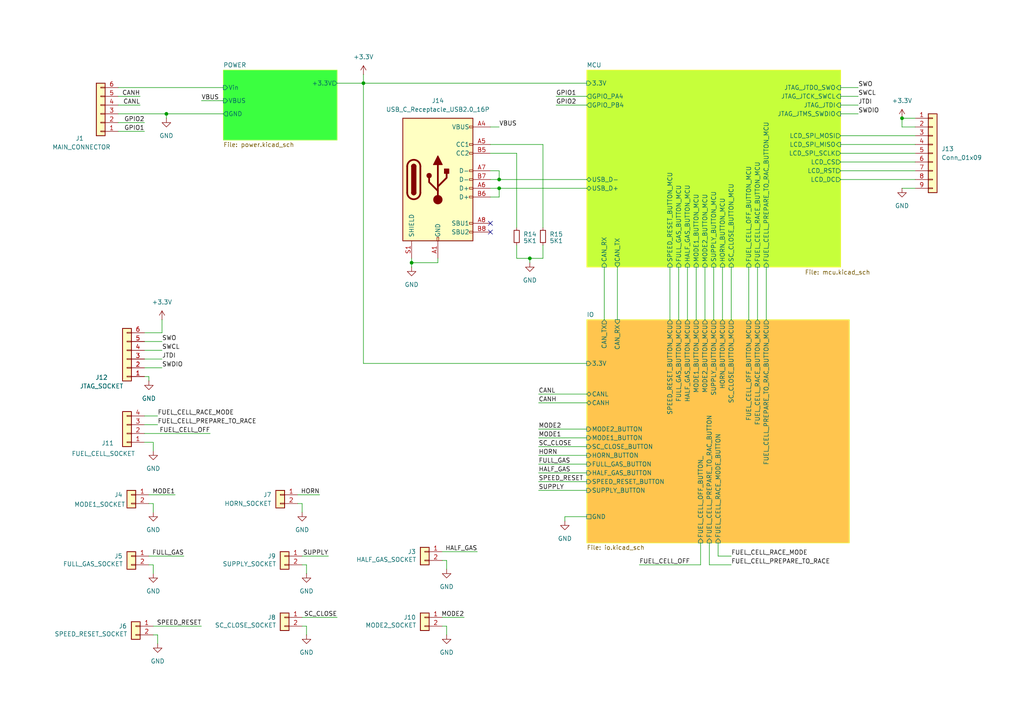
<source format=kicad_sch>
(kicad_sch (version 20250114) (generator "eeschema") (generator_version "9.0")
  (paper "A4")
  (lib_symbols
    (symbol "Connector_Generic:Conn_01x02" (pin_names (offset 1.016) (hide yes))
      (property "Reference" "J" (at 0 2.54 0))
      (property "Value" "Conn_01x02" (at 0 -5.08 0))
      (symbol "Conn_01x02_1_1"
        (rectangle (start -1.27 1.27) (end 1.27 -3.81) (stroke (width 0.254)) (fill (type background)))
        (rectangle (start -1.27 0.127) (end 0 -0.127) (stroke (width 0.1524)))
        (rectangle (start -1.27 -2.413) (end 0 -2.667) (stroke (width 0.1524)))
        (pin passive line (at -5.08 0 0) (length 3.81) (name "Pin_1") (number "1"))
        (pin passive line (at -5.08 -2.54 0) (length 3.81) (name "Pin_2") (number "2"))
      )
    )
    (symbol "Connector_Generic:Conn_01x04" (pin_names (offset 1.016) (hide yes))
      (property "Reference" "J" (at 0 5.08 0))
      (property "Value" "Conn_01x04" (at 0 -7.62 0))
      (symbol "Conn_01x04_1_1"
        (rectangle (start -1.27 3.81) (end 1.27 -6.35) (stroke (width 0.254)) (fill (type background)))
        (rectangle (start -1.27 2.667) (end 0 2.413) (stroke (width 0.1524)))
        (rectangle (start -1.27 0.127) (end 0 -0.127) (stroke (width 0.1524)))
        (rectangle (start -1.27 -2.413) (end 0 -2.667) (stroke (width 0.1524)))
        (rectangle (start -1.27 -4.953) (end 0 -5.207) (stroke (width 0.1524)))
        (pin passive line (at -5.08 2.54 0) (length 3.81) (name "Pin_1") (number "1"))
        (pin passive line (at -5.08 0 0) (length 3.81) (name "Pin_2") (number "2"))
        (pin passive line (at -5.08 -2.54 0) (length 3.81) (name "Pin_3") (number "3"))
        (pin passive line (at -5.08 -5.08 0) (length 3.81) (name "Pin_4") (number "4"))
      )
    )
    (symbol "Connector_Generic:Conn_01x06" (pin_names (offset 1.016) (hide yes))
      (property "Reference" "J" (at 0 7.62 0))
      (property "Value" "Conn_01x06" (at 0 -10.16 0))
      (symbol "Conn_01x06_1_1"
        (rectangle (start -1.27 6.35) (end 1.27 -8.89) (stroke (width 0.254)) (fill (type background)))
        (rectangle (start -1.27 5.207) (end 0 4.953) (stroke (width 0.1524)))
        (rectangle (start -1.27 2.667) (end 0 2.413) (stroke (width 0.1524)))
        (rectangle (start -1.27 0.127) (end 0 -0.127) (stroke (width 0.1524)))
        (rectangle (start -1.27 -2.413) (end 0 -2.667) (stroke (width 0.1524)))
        (rectangle (start -1.27 -4.953) (end 0 -5.207) (stroke (width 0.1524)))
        (rectangle (start -1.27 -7.493) (end 0 -7.747) (stroke (width 0.1524)))
        (pin passive line (at -5.08 5.08 0) (length 3.81) (name "Pin_1") (number "1"))
        (pin passive line (at -5.08 2.54 0) (length 3.81) (name "Pin_2") (number "2"))
        (pin passive line (at -5.08 0 0) (length 3.81) (name "Pin_3") (number "3"))
        (pin passive line (at -5.08 -2.54 0) (length 3.81) (name "Pin_4") (number "4"))
        (pin passive line (at -5.08 -5.08 0) (length 3.81) (name "Pin_5") (number "5"))
        (pin passive line (at -5.08 -7.62 0) (length 3.81) (name "Pin_6") (number "6"))
      )
    )
    (symbol "Connector_Generic:Conn_01x09" (pin_names (offset 1.016) (hide yes))
      (property "Reference" "J" (at 0 12.7 0))
      (property "Value" "Conn_01x09" (at 0 -12.7 0))
      (symbol "Conn_01x09_1_1"
        (rectangle (start -1.27 11.43) (end 1.27 -11.43) (stroke (width 0.254)) (fill (type background)))
        (rectangle (start -1.27 10.287) (end 0 10.033) (stroke (width 0.1524)))
        (rectangle (start -1.27 7.747) (end 0 7.493) (stroke (width 0.1524)))
        (rectangle (start -1.27 5.207) (end 0 4.953) (stroke (width 0.1524)))
        (rectangle (start -1.27 2.667) (end 0 2.413) (stroke (width 0.1524)))
        (rectangle (start -1.27 0.127) (end 0 -0.127) (stroke (width 0.1524)))
        (rectangle (start -1.27 -2.413) (end 0 -2.667) (stroke (width 0.1524)))
        (rectangle (start -1.27 -4.953) (end 0 -5.207) (stroke (width 0.1524)))
        (rectangle (start -1.27 -7.493) (end 0 -7.747) (stroke (width 0.1524)))
        (rectangle (start -1.27 -10.033) (end 0 -10.287) (stroke (width 0.1524)))
        (pin passive line (at -5.08 10.16 0) (length 3.81) (name "Pin_1") (number "1"))
        (pin passive line (at -5.08 7.62 0) (length 3.81) (name "Pin_2") (number "2"))
        (pin passive line (at -5.08 5.08 0) (length 3.81) (name "Pin_3") (number "3"))
        (pin passive line (at -5.08 2.54 0) (length 3.81) (name "Pin_4") (number "4"))
        (pin passive line (at -5.08 0 0) (length 3.81) (name "Pin_5") (number "5"))
        (pin passive line (at -5.08 -2.54 0) (length 3.81) (name "Pin_6") (number "6"))
        (pin passive line (at -5.08 -5.08 0) (length 3.81) (name "Pin_7") (number "7"))
        (pin passive line (at -5.08 -7.62 0) (length 3.81) (name "Pin_8") (number "8"))
        (pin passive line (at -5.08 -10.16 0) (length 3.81) (name "Pin_9") (number "9"))
      )
    )
    (symbol "Device:R_Small" (pin_numbers (hide yes)) (pin_names (offset 0.254) (hide yes))
      (property "Reference" "R" (at 0.762 0.508 0))
      (property "Value" "R_Small" (at 0.762 -1.016 0))
      (symbol "R_Small_0_1"
        (rectangle (start -0.762 1.778) (end 0.762 -1.778) (stroke (width 0.2032)))
      )
      (symbol "R_Small_1_1"
        (pin passive line (at 0 2.54 270) (length 0.762) (name "~") (number "1"))
        (pin passive line (at 0 -2.54 90) (length 0.762) (name "~") (number "2"))
      )
    )
    (symbol "GND_1" (power) (pin_numbers (hide yes)) (pin_names (offset 0) (hide yes))
      (property "Value" "GND" (at 0 -3.81 0))
      (symbol "GND_1_0_1"
        (polyline (pts (xy 0 0) (xy 0 -1.27) (xy 1.27 -1.27) (xy 0 -2.54) (xy -1.27 -1.27) (xy 0 -1.27)))
      )
      (symbol "GND_1_1_1"
        (pin power_in line (at 0 0 270) (length 0) (name "~") (number "1"))
      )
    )
    (symbol "GND_2" (power) (pin_numbers (hide yes)) (pin_names (offset 0) (hide yes))
      (property "Value" "GND" (at 0 -3.81 0))
      (symbol "GND_2_0_1"
        (polyline (pts (xy 0 0) (xy 0 -1.27) (xy 1.27 -1.27) (xy 0 -2.54) (xy -1.27 -1.27) (xy 0 -1.27)))
      )
      (symbol "GND_2_1_1"
        (pin power_in line (at 0 0 270) (length 0) (name "~") (number "1"))
      )
    )
    (symbol "GND_3" (power) (pin_numbers (hide yes)) (pin_names (offset 0) (hide yes))
      (property "Value" "GND" (at 0 -3.81 0))
      (symbol "GND_3_0_1"
        (polyline (pts (xy 0 0) (xy 0 -1.27) (xy 1.27 -1.27) (xy 0 -2.54) (xy -1.27 -1.27) (xy 0 -1.27)))
      )
      (symbol "GND_3_1_1"
        (pin power_in line (at 0 0 270) (length 0) (name "~") (number "1"))
      )
    )
    (symbol "GND_4" (power) (pin_numbers (hide yes)) (pin_names (offset 0) (hide yes))
      (property "Value" "GND" (at 0 -3.81 0))
      (symbol "GND_4_0_1"
        (polyline (pts (xy 0 0) (xy 0 -1.27) (xy 1.27 -1.27) (xy 0 -2.54) (xy -1.27 -1.27) (xy 0 -1.27)))
      )
      (symbol "GND_4_1_1"
        (pin power_in line (at 0 0 270) (length 0) (name "~") (number "1"))
      )
    )
    (symbol "GND_5" (power) (pin_numbers (hide yes)) (pin_names (offset 0) (hide yes))
      (property "Value" "GND" (at 0 -3.81 0))
      (symbol "GND_5_0_1"
        (polyline (pts (xy 0 0) (xy 0 -1.27) (xy 1.27 -1.27) (xy 0 -2.54) (xy -1.27 -1.27) (xy 0 -1.27)))
      )
      (symbol "GND_5_1_1"
        (pin power_in line (at 0 0 270) (length 0) (name "~") (number "1"))
      )
    )
    (symbol "USB_C_Receptacle_USB2.0_16P_1" (pin_names (offset 1.016))
      (property "Reference" "J" (at 0 22.225 0))
      (property "Value" "USB_C_Receptacle_USB2.0_16P" (at 0 19.685 0))
      (symbol "USB_C_Receptacle_USB2.0_16P_1_0_0"
        (rectangle (start -0.254 -17.78) (end 0.254 -16.764))
        (rectangle (start 10.16 15.494) (end 9.144 14.986))
        (rectangle (start 10.16 10.414) (end 9.144 9.906))
        (rectangle (start 10.16 7.874) (end 9.144 7.366))
        (rectangle (start 10.16 2.794) (end 9.144 2.286))
        (rectangle (start 10.16 0.254) (end 9.144 -0.254))
        (rectangle (start 10.16 -2.286) (end 9.144 -2.794))
        (rectangle (start 10.16 -4.826) (end 9.144 -5.334))
        (rectangle (start 10.16 -12.446) (end 9.144 -12.954))
        (rectangle (start 10.16 -14.986) (end 9.144 -15.494))
      )
      (symbol "USB_C_Receptacle_USB2.0_16P_1_0_1"
        (rectangle (start -10.16 17.78) (end 10.16 -17.78) (stroke (width 0.254)) (fill (type background)))
        (polyline (pts (xy -8.89 -3.81) (xy -8.89 3.81)) (stroke (width 0.508)))
        (rectangle (start -7.62 -3.81) (end -6.35 3.81) (stroke (width 0.254)) (fill (type outline)))
        (arc (start -7.62 3.81) (mid -6.985 4.4423) (end -6.35 3.81) (stroke (width 0.254)))
        (arc (start -7.62 3.81) (mid -6.985 4.4423) (end -6.35 3.81) (stroke (width 0.254)) (fill (type outline)))
        (arc (start -8.89 3.81) (mid -6.985 5.7067) (end -5.08 3.81) (stroke (width 0.508)))
        (arc (start -5.08 -3.81) (mid -6.985 -5.7067) (end -8.89 -3.81) (stroke (width 0.508)))
        (arc (start -6.35 -3.81) (mid -6.985 -4.4423) (end -7.62 -3.81) (stroke (width 0.254)))
        (arc (start -6.35 -3.81) (mid -6.985 -4.4423) (end -7.62 -3.81) (stroke (width 0.254)) (fill (type outline)))
        (polyline (pts (xy -5.08 3.81) (xy -5.08 -3.81)) (stroke (width 0.508)))
        (circle (center -2.54 1.143) (radius 0.635) (stroke (width 0.254)) (fill (type outline)))
        (polyline (pts (xy -1.27 4.318) (xy 0 6.858) (xy 1.27 4.318) (xy -1.27 4.318)) (stroke (width 0.254)) (fill (type outline)))
        (polyline (pts (xy 0 -2.032) (xy 2.54 0.508) (xy 2.54 1.778)) (stroke (width 0.508)))
        (polyline (pts (xy 0 -3.302) (xy -2.54 -0.762) (xy -2.54 0.508)) (stroke (width 0.508)))
        (polyline (pts (xy 0 -5.842) (xy 0 4.318)) (stroke (width 0.508)))
        (circle (center 0 -5.842) (radius 1.27) (fill (type outline)))
        (rectangle (start 1.905 1.778) (end 3.175 3.048) (stroke (width 0.254)) (fill (type outline)))
      )
      (symbol "USB_C_Receptacle_USB2.0_16P_1_1_1"
        (pin passive line (at -7.62 -22.86 90) (length 5.08) (name "SHIELD") (number "S1"))
        (pin passive line (at 0 -22.86 90) (length 5.08) (name "GND") (number "A1"))
        (pin passive line (at 0 -22.86 90) (length 5.08) (hide yes) (name "GND") (number "A12"))
        (pin passive line (at 0 -22.86 90) (length 5.08) (hide yes) (name "GND") (number "B1"))
        (pin passive line (at 0 -22.86 90) (length 5.08) (hide yes) (name "GND") (number "B12"))
        (pin passive line (at 15.24 15.24 180) (length 5.08) (name "VBUS") (number "A4"))
        (pin passive line (at 15.24 15.24 180) (length 5.08) (hide yes) (name "VBUS") (number "A9"))
        (pin passive line (at 15.24 15.24 180) (length 5.08) (hide yes) (name "VBUS") (number "B4"))
        (pin passive line (at 15.24 15.24 180) (length 5.08) (hide yes) (name "VBUS") (number "B9"))
        (pin bidirectional line (at 15.24 10.16 180) (length 5.08) (name "CC1") (number "A5"))
        (pin bidirectional line (at 15.24 7.62 180) (length 5.08) (name "CC2") (number "B5"))
        (pin bidirectional line (at 15.24 2.54 180) (length 5.08) (name "D-") (number "A7"))
        (pin bidirectional line (at 15.24 0 180) (length 5.08) (name "D-") (number "B7"))
        (pin bidirectional line (at 15.24 -2.54 180) (length 5.08) (name "D+") (number "A6"))
        (pin bidirectional line (at 15.24 -5.08 180) (length 5.08) (name "D+") (number "B6"))
        (pin bidirectional line (at 15.24 -12.7 180) (length 5.08) (name "SBU1") (number "A8"))
        (pin bidirectional line (at 15.24 -15.24 180) (length 5.08) (name "SBU2") (number "B8"))
      )
    )
    (symbol "power:+3.3V" (power) (pin_numbers (hide yes)) (pin_names (offset 0) (hide yes))
      (property "Value" "+3.3V" (at 0 3.556 0))
      (symbol "+3.3V_0_1"
        (polyline (pts (xy -0.762 1.27) (xy 0 2.54)))
        (polyline (pts (xy 0 2.54) (xy 0.762 1.27)))
        (polyline (pts (xy 0 0) (xy 0 2.54)))
      )
      (symbol "+3.3V_1_1"
        (pin power_in line (at 0 0 90) (length 0) (name "~") (number "1"))
      )
    )
  )
  (junction (at 119.38 76.2))
  (junction (at 261.62 34.29))
  (junction (at 144.78 54.61))
  (junction (at 48.26 33.02))
  (junction (at 105.41 24.13))
  (junction (at 153.67 74.93))
  (junction (at 144.78 52.07))
  (no_connect (at 142.24 67.31))
  (no_connect (at 142.24 64.77))
  (wire (pts (xy 149.86 44.45) (xy 149.86 66.04)))
  (wire (pts (xy 44.45 163.83) (xy 43.18 163.83)))
  (wire (pts (xy 34.29 25.4) (xy 64.77 25.4)))
  (wire (pts (xy 129.54 162.56) (xy 128.27 162.56)))
  (wire (pts (xy 53.34 161.29) (xy 43.18 161.29)))
  (wire (pts (xy 34.29 33.02) (xy 48.26 33.02)))
  (wire (pts (xy 41.91 104.14) (xy 46.99 104.14)))
  (wire (pts (xy 129.54 184.15) (xy 129.54 181.61)))
  (wire (pts (xy 92.71 143.51) (xy 86.36 143.51)))
  (wire (pts (xy 48.26 33.02) (xy 48.26 34.29)))
  (wire (pts (xy 157.48 41.91) (xy 157.48 66.04)))
  (wire (pts (xy 265.43 34.29) (xy 261.62 34.29)))
  (wire (pts (xy 88.9 184.15) (xy 88.9 181.61)))
  (wire (pts (xy 41.91 120.65) (xy 45.72 120.65)))
  (wire (pts (xy 88.9 163.83) (xy 87.63 163.83)))
  (wire (pts (xy 129.54 165.1) (xy 129.54 162.56)))
  (wire (pts (xy 44.45 128.27) (xy 44.45 130.81)))
  (wire (pts (xy 41.91 125.73) (xy 60.96 125.73)))
  (wire (pts (xy 179.07 77.47) (xy 179.07 92.71)))
  (wire (pts (xy 261.62 34.29) (xy 261.62 36.83)))
  (wire (pts (xy 243.84 33.02) (xy 248.92 33.02)))
  (wire (pts (xy 41.91 123.19) (xy 45.72 123.19)))
  (wire (pts (xy 261.62 54.61) (xy 265.43 54.61)))
  (wire (pts (xy 97.79 24.13) (xy 105.41 24.13)))
  (wire (pts (xy 204.47 77.47) (xy 204.47 92.71)))
  (wire (pts (xy 243.84 41.91) (xy 265.43 41.91)))
  (wire (pts (xy 41.91 128.27) (xy 44.45 128.27)))
  (wire (pts (xy 105.41 105.41) (xy 105.41 24.13)))
  (wire (pts (xy 205.74 157.48) (xy 205.74 163.83)))
  (wire (pts (xy 127 76.2) (xy 119.38 76.2)))
  (wire (pts (xy 194.31 77.47) (xy 194.31 92.71)))
  (wire (pts (xy 45.72 186.69) (xy 45.72 184.15)))
  (wire (pts (xy 156.21 132.08) (xy 170.18 132.08)))
  (wire (pts (xy 243.84 49.53) (xy 265.43 49.53)))
  (wire (pts (xy 46.99 96.52) (xy 41.91 96.52)))
  (wire (pts (xy 88.9 181.61) (xy 87.63 181.61)))
  (wire (pts (xy 144.78 49.53) (xy 144.78 52.07)))
  (wire (pts (xy 205.74 163.83) (xy 212.09 163.83)))
  (wire (pts (xy 87.63 161.29) (xy 95.25 161.29)))
  (wire (pts (xy 156.21 127) (xy 170.18 127)))
  (wire (pts (xy 144.78 54.61) (xy 170.18 54.61)))
  (wire (pts (xy 40.64 27.94) (xy 34.29 27.94)))
  (wire (pts (xy 142.24 49.53) (xy 144.78 49.53)))
  (wire (pts (xy 149.86 44.45) (xy 142.24 44.45)))
  (wire (pts (xy 41.91 35.56) (xy 34.29 35.56)))
  (wire (pts (xy 156.21 134.62) (xy 170.18 134.62)))
  (wire (pts (xy 157.48 74.93) (xy 157.48 71.12)))
  (wire (pts (xy 58.42 181.61) (xy 44.45 181.61)))
  (wire (pts (xy 243.84 39.37) (xy 265.43 39.37)))
  (wire (pts (xy 163.83 149.86) (xy 170.18 149.86)))
  (wire (pts (xy 156.21 116.84) (xy 170.18 116.84)))
  (wire (pts (xy 134.62 179.07) (xy 128.27 179.07)))
  (wire (pts (xy 105.41 24.13) (xy 170.18 24.13)))
  (wire (pts (xy 87.63 148.59) (xy 87.63 146.05)))
  (wire (pts (xy 142.24 36.83) (xy 144.78 36.83)))
  (wire (pts (xy 144.78 54.61) (xy 142.24 54.61)))
  (wire (pts (xy 261.62 36.83) (xy 265.43 36.83)))
  (wire (pts (xy 129.54 181.61) (xy 128.27 181.61)))
  (wire (pts (xy 222.25 77.47) (xy 222.25 92.71)))
  (wire (pts (xy 156.21 129.54) (xy 170.18 129.54)))
  (wire (pts (xy 156.21 124.46) (xy 170.18 124.46)))
  (wire (pts (xy 144.78 52.07) (xy 170.18 52.07)))
  (wire (pts (xy 161.29 27.94) (xy 170.18 27.94)))
  (wire (pts (xy 88.9 166.37) (xy 88.9 163.83)))
  (wire (pts (xy 243.84 25.4) (xy 248.92 25.4)))
  (wire (pts (xy 207.01 77.47) (xy 207.01 92.71)))
  (wire (pts (xy 97.79 179.07) (xy 87.63 179.07)))
  (wire (pts (xy 144.78 52.07) (xy 142.24 52.07)))
  (wire (pts (xy 44.45 146.05) (xy 43.18 146.05)))
  (wire (pts (xy 153.67 74.93) (xy 153.67 76.2)))
  (wire (pts (xy 201.93 77.47) (xy 201.93 92.71)))
  (wire (pts (xy 41.91 109.22) (xy 43.18 109.22)))
  (wire (pts (xy 58.42 29.21) (xy 64.77 29.21)))
  (wire (pts (xy 41.91 106.68) (xy 46.99 106.68)))
  (wire (pts (xy 243.84 30.48) (xy 248.92 30.48)))
  (wire (pts (xy 170.18 105.41) (xy 105.41 105.41)))
  (wire (pts (xy 44.45 166.37) (xy 44.45 163.83)))
  (wire (pts (xy 138.43 160.02) (xy 128.27 160.02)))
  (wire (pts (xy 41.91 38.1) (xy 34.29 38.1)))
  (wire (pts (xy 243.84 46.99) (xy 265.43 46.99)))
  (wire (pts (xy 41.91 99.06) (xy 46.99 99.06)))
  (wire (pts (xy 157.48 41.91) (xy 142.24 41.91)))
  (wire (pts (xy 243.84 27.94) (xy 248.92 27.94)))
  (wire (pts (xy 149.86 74.93) (xy 153.67 74.93)))
  (wire (pts (xy 163.83 151.13) (xy 163.83 149.86)))
  (wire (pts (xy 156.21 139.7) (xy 170.18 139.7)))
  (wire (pts (xy 127 74.93) (xy 127 76.2)))
  (wire (pts (xy 41.91 101.6) (xy 46.99 101.6)))
  (wire (pts (xy 105.41 21.59) (xy 105.41 24.13)))
  (wire (pts (xy 156.21 114.3) (xy 170.18 114.3)))
  (wire (pts (xy 243.84 52.07) (xy 265.43 52.07)))
  (wire (pts (xy 144.78 54.61) (xy 144.78 57.15)))
  (wire (pts (xy 156.21 142.24) (xy 170.18 142.24)))
  (wire (pts (xy 212.09 161.29) (xy 208.28 161.29)))
  (wire (pts (xy 208.28 157.48) (xy 208.28 161.29)))
  (wire (pts (xy 44.45 148.59) (xy 44.45 146.05)))
  (wire (pts (xy 217.17 77.47) (xy 217.17 92.71)))
  (wire (pts (xy 196.85 77.47) (xy 196.85 92.71)))
  (wire (pts (xy 212.09 77.47) (xy 212.09 92.71)))
  (wire (pts (xy 119.38 76.2) (xy 119.38 77.47)))
  (wire (pts (xy 153.67 74.93) (xy 157.48 74.93)))
  (wire (pts (xy 185.42 163.83) (xy 203.2 163.83)))
  (wire (pts (xy 142.24 57.15) (xy 144.78 57.15)))
  (wire (pts (xy 156.21 137.16) (xy 170.18 137.16)))
  (wire (pts (xy 46.99 92.71) (xy 46.99 96.52)))
  (wire (pts (xy 203.2 157.48) (xy 203.2 163.83)))
  (wire (pts (xy 219.71 77.47) (xy 219.71 92.71)))
  (wire (pts (xy 243.84 44.45) (xy 265.43 44.45)))
  (wire (pts (xy 45.72 184.15) (xy 44.45 184.15)))
  (wire (pts (xy 149.86 71.12) (xy 149.86 74.93)))
  (wire (pts (xy 199.39 77.47) (xy 199.39 92.71)))
  (wire (pts (xy 48.26 33.02) (xy 64.77 33.02)))
  (wire (pts (xy 40.64 30.48) (xy 34.29 30.48)))
  (wire (pts (xy 43.18 109.22) (xy 43.18 110.49)))
  (wire (pts (xy 175.26 77.47) (xy 175.26 92.71)))
  (wire (pts (xy 161.29 30.48) (xy 170.18 30.48)))
  (wire (pts (xy 43.18 143.51) (xy 50.8 143.51)))
  (wire (pts (xy 119.38 74.93) (xy 119.38 76.2)))
  (wire (pts (xy 87.63 146.05) (xy 86.36 146.05)))
  (wire (pts (xy 209.55 77.47) (xy 209.55 92.71)))
  (label "CANL" (at 156.21 114.3 0))
  (label "SWDIO" (at 248.92 33.02 0))
  (label "MODE2" (at 156.21 124.46 0))
  (label "GPIO2" (at 41.91 35.56 180))
  (label "FUEL_CELL_PREPARE_TO_RACE" (at 45.72 123.19 0))
  (label "SPEED_RESET" (at 156.21 139.7 0))
  (label "SUPPLY" (at 156.21 142.24 0))
  (label "FULL_GAS" (at 53.34 161.29 180))
  (label "SWO" (at 46.99 99.06 0))
  (label "FULL_GAS" (at 156.21 134.62 0))
  (label "FUEL_CELL_PREPARE_TO_RACE" (at 212.09 163.83 0))
  (label "HORN" (at 92.71 143.51 180))
  (label "SWO" (at 248.92 25.4 0))
  (label "CANH" (at 40.64 27.94 180))
  (label "FUEL_CELL_RACE_MODE" (at 45.72 120.65 0))
  (label "HORN" (at 156.21 132.08 0))
  (label "JTDI" (at 248.92 30.48 0))
  (label "SPEED_RESET" (at 58.42 181.61 180))
  (label "MODE2" (at 134.62 179.07 180))
  (label "HALF_GAS" (at 138.43 160.02 180))
  (label "FUEL_CELL_RACE_MODE" (at 212.09 161.29 0))
  (label "SWCL" (at 46.99 101.6 0))
  (label "SWDIO" (at 46.99 106.68 0))
  (label "GPIO1" (at 41.91 38.1 180))
  (label "CANH" (at 156.21 116.84 0))
  (label "FUEL_CELL_OFF" (at 60.96 125.73 180))
  (label "JTDI" (at 46.99 104.14 0))
  (label "VBUS" (at 58.42 29.21 0))
  (label "MODE1" (at 50.8 143.51 180))
  (label "VBUS" (at 144.78 36.83 0))
  (label "SC_CLOSE" (at 97.79 179.07 180))
  (label "SUPPLY" (at 95.25 161.29 180))
  (label "SC_CLOSE" (at 156.21 129.54 0))
  (label "SWCL" (at 248.92 27.94 0))
  (label "HALF_GAS" (at 156.21 137.16 0))
  (label "MODE1" (at 156.21 127 0))
  (label "CANL" (at 40.64 30.48 180))
  (label "GPIO1" (at 161.29 27.94 0))
  (label "FUEL_CELL_OFF" (at 185.42 163.83 0))
  (label "GPIO2" (at 161.29 30.48 0))
  (symbol (lib_id "power:+3.3V") (at 105.41 21.59 0) (unit 1)
    (property "Reference" "#PWR062" (effects (hide yes)))
    (property "Value" "+3.3V" (at 105.41 16.51 0))
    (property "Description" "Power symbol creates a global label with name \"+3.3V\"" (effects (hide yes)))
  )
  (symbol (lib_id "Connector_Generic:Conn_01x02") (at 82.55 179.07 0) (mirror y) (unit 1)
    (property "Reference" "J8" (at 80.01 179.07 0) (effects (justify left)))
    (property "Value" "SC_CLOSE_SOCKET" (at 80.137 181.356 0) (effects (justify left)))
    (property "Footprint" "Connector_JST:JST_PH_B2B-PH-K_1x02_P2.00mm_Vertical" (effects (hide yes)))
  )
  (symbol (lib_id "Connector_Generic:Conn_01x02") (at 38.1 143.51 0) (mirror y) (unit 1)
    (property "Reference" "J4" (at 35.56 143.51 0) (effects (justify left)))
    (property "Value" "MODE1_SOCKET" (at 36.322 146.304 0) (effects (justify left)))
    (property "Footprint" "Connector_JST:JST_PH_B2B-PH-K_1x02_P2.00mm_Vertical" (effects (hide yes)))
  )
  (symbol (lib_name "GND_1") (lib_id "power:GND") (at 45.72 186.69 0) (unit 1)
    (property "Reference" "#PWR056" (effects (hide yes)))
    (property "Value" "GND" (at 45.72 191.77 0))
    (property "Description" "Power symbol creates a global label with name \"GND\" , ground" (effects (hide yes)))
  )
  (symbol (lib_name "GND_1") (lib_id "power:GND") (at 44.45 166.37 0) (unit 1)
    (property "Reference" "#PWR055" (effects (hide yes)))
    (property "Value" "GND" (at 44.45 171.45 0))
    (property "Description" "Power symbol creates a global label with name \"GND\" , ground" (effects (hide yes)))
  )
  (symbol (lib_name "GND_1") (lib_id "power:GND") (at 88.9 184.15 0) (unit 1)
    (property "Reference" "#PWR058" (effects (hide yes)))
    (property "Value" "GND" (at 88.9 189.23 0))
    (property "Description" "Power symbol creates a global label with name \"GND\" , ground" (effects (hide yes)))
  )
  (symbol (lib_id "Connector_Generic:Conn_01x02") (at 39.37 181.61 0) (mirror y) (unit 1)
    (property "Reference" "J6" (at 36.83 181.61 0) (effects (justify left)))
    (property "Value" "SPEED_RESET_SOCKET" (at 36.957 183.896 0) (effects (justify left)))
    (property "Footprint" "Connector_JST:JST_PH_B2B-PH-K_1x02_P2.00mm_Vertical" (effects (hide yes)))
  )
  (symbol (lib_id "Connector_Generic:Conn_01x02") (at 123.19 179.07 0) (mirror y) (unit 1)
    (property "Reference" "J10" (at 120.65 179.07 0) (effects (justify left)))
    (property "Value" "MODE2_SOCKET" (at 120.777 181.356 0) (effects (justify left)))
    (property "Footprint" "Connector_JST:JST_PH_B2B-PH-K_1x02_P2.00mm_Vertical" (effects (hide yes)))
  )
  (symbol (lib_name "GND_2") (lib_id "power:GND") (at 44.45 130.81 0) (unit 1)
    (property "Reference" "#PWR064" (effects (hide yes)))
    (property "Value" "GND" (at 44.45 135.89 0))
    (property "Description" "Power symbol creates a global label with name \"GND\" , ground" (effects (hide yes)))
  )
  (symbol (lib_id "Connector_Generic:Conn_01x02") (at 123.19 160.02 0) (mirror y) (unit 1)
    (property "Reference" "J3" (at 120.65 160.02 0) (effects (justify left)))
    (property "Value" "HALF_GAS_SOCKET" (at 120.777 162.306 0) (effects (justify left)))
    (property "Footprint" "Connector_JST:JST_PH_B2B-PH-K_1x02_P2.00mm_Vertical" (effects (hide yes)))
  )
  (symbol (lib_name "GND_1") (lib_id "power:GND") (at 44.45 148.59 0) (unit 1)
    (property "Reference" "#PWR019" (effects (hide yes)))
    (property "Value" "GND" (at 44.45 153.67 0))
    (property "Description" "Power symbol creates a global label with name \"GND\" , ground" (effects (hide yes)))
  )
  (symbol (lib_id "Connector_Generic:Conn_01x02") (at 82.55 161.29 0) (mirror y) (unit 1)
    (property "Reference" "J9" (at 80.01 161.29 0) (effects (justify left)))
    (property "Value" "SUPPLY_SOCKET" (at 80.137 163.576 0) (effects (justify left)))
    (property "Footprint" "Connector_JST:JST_PH_B2B-PH-K_1x02_P2.00mm_Vertical" (effects (hide yes)))
  )
  (symbol (lib_name "USB_C_Receptacle_USB2.0_16P_1") (lib_id "Connector:USB_C_Receptacle_USB2.0_16P") (at 127 52.07 0) (unit 1)
    (property "Reference" "J14" (at 127 29.21 0))
    (property "Value" "USB_C_Receptacle_USB2.0_16P" (at 127 31.75 0))
    (property "Datasheet" "https://www.usb.org/sites/default/files/documents/usb_type-c.zip" (effects (hide yes)))
    (property "Description" "USB 2.0-only 16P Type-C Receptacle connector" (effects (hide yes)))
  )
  (symbol (lib_name "GND_4") (lib_id "power:GND") (at 163.83 151.13 0) (unit 1)
    (property "Reference" "#PWR035" (effects (hide yes)))
    (property "Value" "GND" (at 163.83 156.21 0))
    (property "Description" "Power symbol creates a global label with name \"GND\" , ground" (effects (hide yes)))
  )
  (symbol (lib_name "GND_3") (lib_id "power:GND") (at 261.62 54.61 0) (unit 1)
    (property "Reference" "#PWR063" (effects (hide yes)))
    (property "Value" "GND" (at 261.62 59.69 0))
    (property "Description" "Power symbol creates a global label with name \"GND\" , ground" (effects (hide yes)))
  )
  (symbol (lib_name "GND_1") (lib_id "power:GND") (at 129.54 184.15 0) (unit 1)
    (property "Reference" "#PWR060" (effects (hide yes)))
    (property "Value" "GND" (at 129.54 189.23 0))
    (property "Description" "Power symbol creates a global label with name \"GND\" , ground" (effects (hide yes)))
  )
  (symbol (lib_id "power:+3.3V") (at 46.99 92.71 0) (unit 1)
    (property "Reference" "#PWR069" (effects (hide yes)))
    (property "Value" "+3.3V" (at 46.99 87.63 0))
    (property "Description" "Power symbol creates a global label with name \"+3.3V\"" (effects (hide yes)))
  )
  (symbol (lib_name "GND_1") (lib_id "power:GND") (at 48.26 34.29 0) (unit 1)
    (property "Reference" "#PWR023" (effects (hide yes)))
    (property "Value" "GND" (at 48.26 39.37 0))
    (property "Description" "Power symbol creates a global label with name \"GND\" , ground" (effects (hide yes)))
  )
  (symbol (lib_id "Connector_Generic:Conn_01x04") (at 36.83 125.73 180) (unit 1)
    (property "Reference" "J11" (at 31.242 128.524 0))
    (property "Value" "FUEL_CELL_SOCKET" (at 29.972 131.572 0))
    (property "Footprint" "Connector_JST:JST_PH_B4B-PH-K_1x04_P2.00mm_Vertical" (effects (hide yes)))
    (property "Description" "Generic connector, single row, 01x04, script generated (kicad-library-utils/schlib/autogen/connector/)" (effects (hide yes)))
  )
  (symbol (lib_id "Connector_Generic:Conn_01x02") (at 81.28 143.51 0) (mirror y) (unit 1)
    (property "Reference" "J7" (at 78.74 143.51 0) (effects (justify left)))
    (property "Value" "HORN_SOCKET" (at 78.74 146.05 0) (effects (justify left)))
    (property "Footprint" "Connector_JST:JST_PH_B2B-PH-K_1x02_P2.00mm_Vertical" (effects (hide yes)))
  )
  (symbol (lib_name "GND_1") (lib_id "power:GND") (at 87.63 148.59 0) (unit 1)
    (property "Reference" "#PWR057" (effects (hide yes)))
    (property "Value" "GND" (at 87.63 153.67 0))
    (property "Description" "Power symbol creates a global label with name \"GND\" , ground" (effects (hide yes)))
  )
  (symbol (lib_id "Device:R_Small") (at 157.48 68.58 0) (unit 1)
    (property "Reference" "R15" (at 159.385 67.945 0) (effects (justify left)))
    (property "Value" "5K1" (at 159.385 69.85 0) (effects (justify left)))
    (property "Footprint" "Resistor_SMD:R_1206_3216Metric" (effects (hide yes)))
  )
  (symbol (lib_id "Connector_Generic:Conn_01x02") (at 38.1 161.29 0) (mirror y) (unit 1)
    (property "Reference" "J5" (at 35.56 161.29 0) (effects (justify left)))
    (property "Value" "FULL_GAS_SOCKET" (at 35.687 163.576 0) (effects (justify left)))
    (property "Footprint" "Connector_JST:JST_PH_B2B-PH-K_1x02_P2.00mm_Vertical" (effects (hide yes)))
  )
  (symbol (lib_name "GND_5") (lib_id "power:GND") (at 119.38 77.47 0) (unit 1)
    (property "Reference" "#PWR028" (effects (hide yes)))
    (property "Value" "GND" (at 119.38 82.55 0))
    (property "Description" "Power symbol creates a global label with name \"GND\" , ground" (effects (hide yes)))
  )
  (symbol (lib_id "power:+3.3V") (at 261.62 34.29 0) (unit 1)
    (property "Reference" "#PWR067" (effects (hide yes)))
    (property "Value" "+3.3V" (at 261.62 29.21 0))
    (property "Description" "Power symbol creates a global label with name \"+3.3V\"" (effects (hide yes)))
  )
  (symbol (lib_id "Connector_Generic:Conn_01x06") (at 36.83 104.14 180) (unit 1)
    (property "Reference" "J12" (at 29.464 109.474 0))
    (property "Value" "JTAG_SOCKET" (at 29.464 112.014 0))
    (property "Description" "Generic connector, single row, 01x06, script generated (kicad-library-utils/schlib/autogen/connector/)" (effects (hide yes)))
  )
  (symbol (lib_name "GND_1") (lib_id "power:GND") (at 129.54 165.1 0) (unit 1)
    (property "Reference" "#PWR015" (effects (hide yes)))
    (property "Value" "GND" (at 129.54 170.18 0))
    (property "Description" "Power symbol creates a global label with name \"GND\" , ground" (effects (hide yes)))
  )
  (symbol (lib_name "GND_5") (lib_id "power:GND") (at 153.67 76.2 0) (unit 1)
    (property "Reference" "#PWR070" (effects (hide yes)))
    (property "Value" "GND" (at 153.67 81.28 0))
    (property "Description" "Power symbol creates a global label with name \"GND\" , ground" (effects (hide yes)))
  )
  (symbol (lib_id "Connector_Generic:Conn_01x06") (at 29.21 33.02 180) (unit 1)
    (property "Reference" "J1" (at 23.114 40.132 0))
    (property "Value" "MAIN_CONNECTOR" (at 23.622 42.672 0))
    (property "Description" "Generic connector, single row, 01x06, script generated (kicad-library-utils/schlib/autogen/connector/)" (effects (hide yes)))
  )
  (symbol (lib_name "GND_2") (lib_id "power:GND") (at 43.18 110.49 0) (unit 1)
    (property "Reference" "#PWR068" (effects (hide yes)))
    (property "Value" "GND" (at 43.18 115.57 0))
    (property "Description" "Power symbol creates a global label with name \"GND\" , ground" (effects (hide yes)))
  )
  (symbol (lib_id "Connector_Generic:Conn_01x09") (at 270.51 44.45 0) (unit 1)
    (property "Reference" "J13" (at 273.05 43.1799 0) (effects (justify left)))
    (property "Value" "Conn_01x09" (at 273.05 45.7199 0) (effects (justify left)))
    (property "Description" "Generic connector, single row, 01x09, script generated (kicad-library-utils/schlib/autogen/connector/)" (effects (hide yes)))
  )
  (symbol (lib_name "GND_1") (lib_id "power:GND") (at 88.9 166.37 0) (unit 1)
    (property "Reference" "#PWR059" (effects (hide yes)))
    (property "Value" "GND" (at 88.9 171.45 0))
    (property "Description" "Power symbol creates a global label with name \"GND\" , ground" (effects (hide yes)))
  )
  (symbol (lib_id "Device:R_Small") (at 149.86 68.58 0) (unit 1)
    (property "Reference" "R14" (at 151.765 67.945 0) (effects (justify left)))
    (property "Value" "5K1" (at 151.765 69.85 0) (effects (justify left)))
    (property "Footprint" "Resistor_SMD:R_1206_3216Metric" (effects (hide yes)))
  )
  (sheet (at 170.18 20.32) (size 73.66 57.15) (stroke (width 0.1524) (color 255 247 53 1)) (fill (color 198 255 58 1.0000))
    (property "Sheetname" "MCU" (at 170.18 19.6084 0) (effects (justify left bottom)))
    (property "Sheetfile" "mcu.kicad_sch" (at 233.426 78.232 0) (effects (justify left top)))
    (pin "USB_D-" bidirectional (at 170.18 52.07 180))
    (pin "USB_D+" bidirectional (at 170.18 54.61 180))
    (pin "CAN_TX" output (at 179.07 77.47 270))
    (pin "CAN_RX" input (at 175.26 77.47 270))
    (pin "3.3V" input (at 170.18 24.13 180))
    (pin "SPEED_RESET_BUTTON_MCU" input (at 194.31 77.47 270))
    (pin "LCD_SPI_SCLK" output (at 243.84 44.45 0))
    (pin "LCD_SPI_MISO" input (at 243.84 41.91 0))
    (pin "LCD_SPI_MOSI" output (at 243.84 39.37 0))
    (pin "FULL_GAS_BUTTON_MCU" input (at 196.85 77.47 270))
    (pin "SC_CLOSE_BUTTON_MCU" input (at 212.09 77.47 270))
    (pin "MODE1_BUTTON_MCU" input (at 201.93 77.47 270))
    (pin "MODE2_BUTTON_MCU" input (at 204.47 77.47 270))
    (pin "SUPPLY_BUTTON_MCU" input (at 207.01 77.47 270))
    (pin "HALF_GAS_BUTTON_MCU" input (at 199.39 77.47 270))
    (pin "JTAG_JTCK_SWCL" input (at 243.84 27.94 0))
    (pin "JTAG_JTDI" input (at 243.84 30.48 0))
    (pin "JTAG_JTMS_SWDIO" input (at 243.84 33.02 0))
    (pin "LCD_CS" output (at 243.84 46.99 0))
    (pin "LCD_RST" output (at 243.84 49.53 0))
    (pin "JTAG_JTDO_SWO" input (at 243.84 25.4 0))
    (pin "LCD_DC" output (at 243.84 52.07 0))
    (pin "FUEL_CELL_OFF_BUTTON_MCU" input (at 217.17 77.47 270))
    (pin "FUEL_CELL_PREPARE_TO_RAC_BUTTON_MCU" input (at 222.25 77.47 270))
    (pin "FUEL_CELL_RACE_BUTTON_MCU" input (at 219.71 77.47 270))
    (pin "HORN_BUTTON_MCU" input (at 209.55 77.47 270))
    (pin "GPIO_PA4" output (at 170.18 27.94 180))
    (pin "GPIO_PB4" output (at 170.18 30.48 180))
  )
  (sheet (at 64.77 20.32) (size 33.02 20.32) (stroke (width 0.1524) (color 174 255 53 1)) (fill (color 59 255 64 1.0000))
    (property "Sheetname" "POWER" (at 64.77 19.6084 0) (effects (justify left bottom)))
    (property "Sheetfile" "power.kicad_sch" (at 64.77 41.2246 0) (effects (justify left top)))
    (pin "Vin" input (at 64.77 25.4 180))
    (pin "GND" output (at 64.77 33.02 180))
    (pin "+3.3V" output (at 97.79 24.13 0))
    (pin "VBUS" input (at 64.77 29.21 180))
  )
  (sheet (at 170.18 92.71) (size 76.2 64.77) (stroke (width 0.1524) (color 233 255 56 1)) (fill (color 255 197 78 1.0000))
    (property "Sheetname" "IO" (at 170.18 91.9984 0) (effects (justify left bottom)))
    (property "Sheetfile" "io.kicad_sch" (at 170.18 158.0646 0) (effects (justify left top)))
    (pin "CANL" bidirectional (at 170.18 114.3 180))
    (pin "CANH" bidirectional (at 170.18 116.84 180))
    (pin "CAN_TX" output (at 175.26 92.71 90))
    (pin "CAN_RX" input (at 179.07 92.71 90))
    (pin "3.3V" input (at 170.18 105.41 180))
    (pin "GND" passive (at 170.18 149.86 180))
    (pin "MODE2_BUTTON" input (at 170.18 124.46 180))
    (pin "MODE1_BUTTON_MCU" output (at 201.93 92.71 90))
    (pin "MODE2_BUTTON_MCU" output (at 204.47 92.71 90))
    (pin "MODE1_BUTTON" input (at 170.18 127 180))
    (pin "FULL_GAS_BUTTON" input (at 170.18 134.62 180))
    (pin "HALF_GAS_BUTTON_MCU" output (at 199.39 92.71 90))
    (pin "FULL_GAS_BUTTON_MCU" output (at 196.85 92.71 90))
    (pin "HALF_GAS_BUTTON" input (at 170.18 137.16 180))
    (pin "SPEED_RESET_BUTTON" input (at 170.18 139.7 180))
    (pin "SUPPLY_BUTTON" input (at 170.18 142.24 180))
    (pin "SC_CLOSE_BUTTON_MCU" output (at 212.09 92.71 90))
    (pin "SUPPLY_BUTTON_MCU" output (at 207.01 92.71 90))
    (pin "SC_CLOSE_BUTTON" input (at 170.18 129.54 180))
    (pin "HORN_BUTTON" input (at 170.18 132.08 180))
    (pin "SPEED_RESET_BUTTON_MCU" output (at 194.31 92.71 90))
    (pin "HORN_BUTTON_MCU" output (at 209.55 92.71 90))
    (pin "FUEL_CELL_OFF_BUTTON_" input (at 203.2 157.48 270))
    (pin "FUEL_CELL_PREPARE_TO_RAC_BUTTON" input (at 205.74 157.48 270))
    (pin "FUEL_CELL_RACE_MODE_BUTTON" input (at 208.28 157.48 270))
    (pin "FUEL_CELL_PREPARE_TO_RAC_BUTTON_MCU" output (at 222.25 92.71 90))
    (pin "FUEL_CELL_OFF_BUTTON_MCU" output (at 217.17 92.71 90))
    (pin "FUEL_CELL_RACE_BUTTON_MCU" output (at 219.71 92.71 90))
  )
)
</source>
